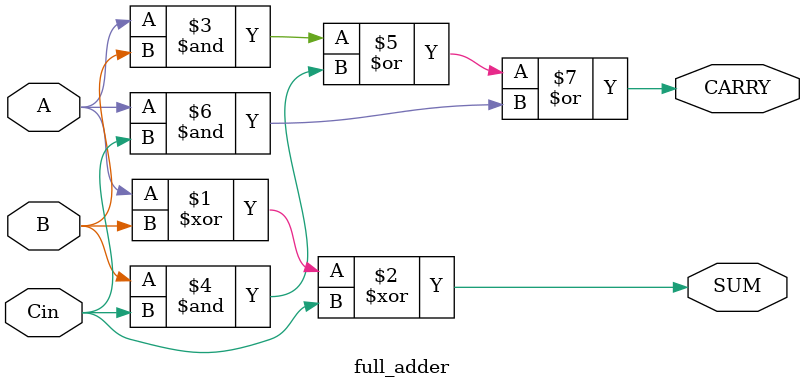
<source format=v>

`timescale 1ns / 1ps

module full_adder(
    input  A,
    input  B,
    input  Cin,
    output SUM,
    output CARRY
);

    assign SUM   = A ^ B ^ Cin;
  assign CARRY = (A & B) | (B & Cin) | (A & Cin);

endmodule

</source>
